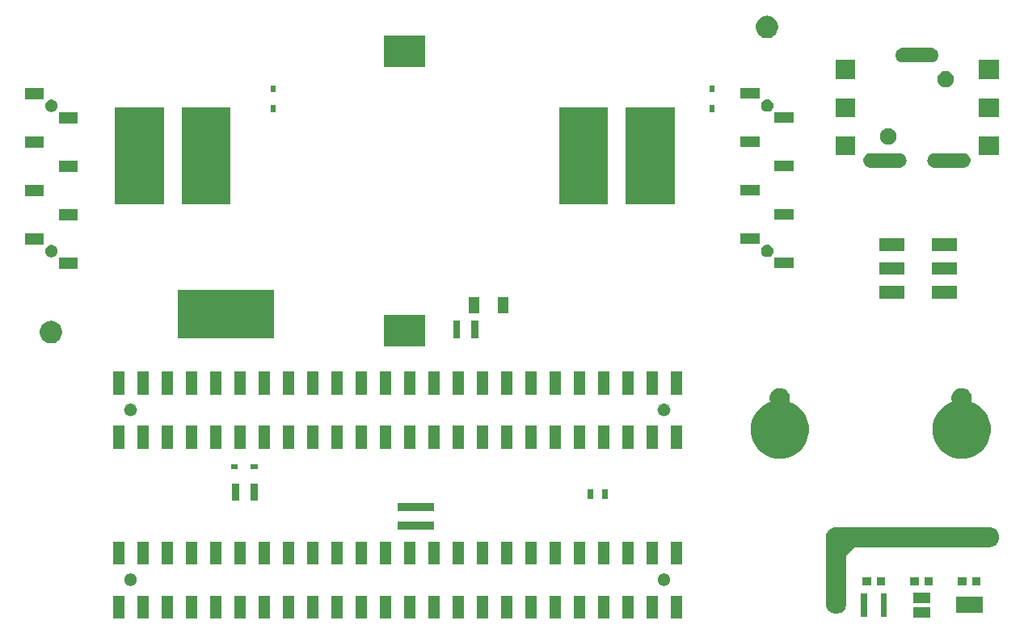
<source format=gts>
G04 #@! TF.GenerationSoftware,KiCad,Pcbnew,(5.1.4)-1*
G04 #@! TF.CreationDate,2020-01-19T17:46:34-08:00*
G04 #@! TF.ProjectId,Light_intensity_data_logger,4c696768-745f-4696-9e74-656e73697479,rev?*
G04 #@! TF.SameCoordinates,Original*
G04 #@! TF.FileFunction,Soldermask,Top*
G04 #@! TF.FilePolarity,Negative*
%FSLAX46Y46*%
G04 Gerber Fmt 4.6, Leading zero omitted, Abs format (unit mm)*
G04 Created by KiCad (PCBNEW (5.1.4)-1) date 2020-01-19 17:46:34*
%MOMM*%
%LPD*%
G04 APERTURE LIST*
%ADD10C,0.100000*%
%ADD11C,0.010000*%
G04 APERTURE END LIST*
D10*
X85716000Y-92446000D02*
G75*
G03X85716000Y-92446000I-646000J0D01*
G01*
D11*
G36*
X99601000Y-90781000D02*
G01*
X98479000Y-90781000D01*
X98479000Y-88459000D01*
X99601000Y-88459000D01*
X99601000Y-90781000D01*
G37*
X99601000Y-90781000D02*
X98479000Y-90781000D01*
X98479000Y-88459000D01*
X99601000Y-88459000D01*
X99601000Y-90781000D01*
G36*
X102141000Y-96433000D02*
G01*
X101019000Y-96433000D01*
X101019000Y-94111000D01*
X102141000Y-94111000D01*
X102141000Y-96433000D01*
G37*
X102141000Y-96433000D02*
X101019000Y-96433000D01*
X101019000Y-94111000D01*
X102141000Y-94111000D01*
X102141000Y-96433000D01*
D10*
X141596000Y-92446000D02*
G75*
G03X141596000Y-92446000I-646000J0D01*
G01*
D11*
G36*
X97061000Y-96433000D02*
G01*
X95939000Y-96433000D01*
X95939000Y-94111000D01*
X97061000Y-94111000D01*
X97061000Y-96433000D01*
G37*
X97061000Y-96433000D02*
X95939000Y-96433000D01*
X95939000Y-94111000D01*
X97061000Y-94111000D01*
X97061000Y-96433000D01*
G36*
X97061000Y-90781000D02*
G01*
X95939000Y-90781000D01*
X95939000Y-88459000D01*
X97061000Y-88459000D01*
X97061000Y-90781000D01*
G37*
X97061000Y-90781000D02*
X95939000Y-90781000D01*
X95939000Y-88459000D01*
X97061000Y-88459000D01*
X97061000Y-90781000D01*
G36*
X84361000Y-90781000D02*
G01*
X83239000Y-90781000D01*
X83239000Y-88459000D01*
X84361000Y-88459000D01*
X84361000Y-90781000D01*
G37*
X84361000Y-90781000D02*
X83239000Y-90781000D01*
X83239000Y-88459000D01*
X84361000Y-88459000D01*
X84361000Y-90781000D01*
G36*
X91981000Y-90781000D02*
G01*
X90859000Y-90781000D01*
X90859000Y-88459000D01*
X91981000Y-88459000D01*
X91981000Y-90781000D01*
G37*
X91981000Y-90781000D02*
X90859000Y-90781000D01*
X90859000Y-88459000D01*
X91981000Y-88459000D01*
X91981000Y-90781000D01*
G36*
X89441000Y-96433000D02*
G01*
X88319000Y-96433000D01*
X88319000Y-94111000D01*
X89441000Y-94111000D01*
X89441000Y-96433000D01*
G37*
X89441000Y-96433000D02*
X88319000Y-96433000D01*
X88319000Y-94111000D01*
X89441000Y-94111000D01*
X89441000Y-96433000D01*
G36*
X84361000Y-96433000D02*
G01*
X83239000Y-96433000D01*
X83239000Y-94111000D01*
X84361000Y-94111000D01*
X84361000Y-96433000D01*
G37*
X84361000Y-96433000D02*
X83239000Y-96433000D01*
X83239000Y-94111000D01*
X84361000Y-94111000D01*
X84361000Y-96433000D01*
G36*
X86901000Y-96433000D02*
G01*
X85779000Y-96433000D01*
X85779000Y-94111000D01*
X86901000Y-94111000D01*
X86901000Y-96433000D01*
G37*
X86901000Y-96433000D02*
X85779000Y-96433000D01*
X85779000Y-94111000D01*
X86901000Y-94111000D01*
X86901000Y-96433000D01*
G36*
X89441000Y-90781000D02*
G01*
X88319000Y-90781000D01*
X88319000Y-88459000D01*
X89441000Y-88459000D01*
X89441000Y-90781000D01*
G37*
X89441000Y-90781000D02*
X88319000Y-90781000D01*
X88319000Y-88459000D01*
X89441000Y-88459000D01*
X89441000Y-90781000D01*
G36*
X102141000Y-90781000D02*
G01*
X101019000Y-90781000D01*
X101019000Y-88459000D01*
X102141000Y-88459000D01*
X102141000Y-90781000D01*
G37*
X102141000Y-90781000D02*
X101019000Y-90781000D01*
X101019000Y-88459000D01*
X102141000Y-88459000D01*
X102141000Y-90781000D01*
G36*
X104681000Y-90781000D02*
G01*
X103559000Y-90781000D01*
X103559000Y-88459000D01*
X104681000Y-88459000D01*
X104681000Y-90781000D01*
G37*
X104681000Y-90781000D02*
X103559000Y-90781000D01*
X103559000Y-88459000D01*
X104681000Y-88459000D01*
X104681000Y-90781000D01*
G36*
X94521000Y-96433000D02*
G01*
X93399000Y-96433000D01*
X93399000Y-94111000D01*
X94521000Y-94111000D01*
X94521000Y-96433000D01*
G37*
X94521000Y-96433000D02*
X93399000Y-96433000D01*
X93399000Y-94111000D01*
X94521000Y-94111000D01*
X94521000Y-96433000D01*
G36*
X104681000Y-96433000D02*
G01*
X103559000Y-96433000D01*
X103559000Y-94111000D01*
X104681000Y-94111000D01*
X104681000Y-96433000D01*
G37*
X104681000Y-96433000D02*
X103559000Y-96433000D01*
X103559000Y-94111000D01*
X104681000Y-94111000D01*
X104681000Y-96433000D01*
G36*
X86901000Y-90781000D02*
G01*
X85779000Y-90781000D01*
X85779000Y-88459000D01*
X86901000Y-88459000D01*
X86901000Y-90781000D01*
G37*
X86901000Y-90781000D02*
X85779000Y-90781000D01*
X85779000Y-88459000D01*
X86901000Y-88459000D01*
X86901000Y-90781000D01*
G36*
X94521000Y-90781000D02*
G01*
X93399000Y-90781000D01*
X93399000Y-88459000D01*
X94521000Y-88459000D01*
X94521000Y-90781000D01*
G37*
X94521000Y-90781000D02*
X93399000Y-90781000D01*
X93399000Y-88459000D01*
X94521000Y-88459000D01*
X94521000Y-90781000D01*
G36*
X99601000Y-96433000D02*
G01*
X98479000Y-96433000D01*
X98479000Y-94111000D01*
X99601000Y-94111000D01*
X99601000Y-96433000D01*
G37*
X99601000Y-96433000D02*
X98479000Y-96433000D01*
X98479000Y-94111000D01*
X99601000Y-94111000D01*
X99601000Y-96433000D01*
G36*
X91981000Y-96433000D02*
G01*
X90859000Y-96433000D01*
X90859000Y-94111000D01*
X91981000Y-94111000D01*
X91981000Y-96433000D01*
G37*
X91981000Y-96433000D02*
X90859000Y-96433000D01*
X90859000Y-94111000D01*
X91981000Y-94111000D01*
X91981000Y-96433000D01*
G36*
X109761000Y-90781000D02*
G01*
X108639000Y-90781000D01*
X108639000Y-88459000D01*
X109761000Y-88459000D01*
X109761000Y-90781000D01*
G37*
X109761000Y-90781000D02*
X108639000Y-90781000D01*
X108639000Y-88459000D01*
X109761000Y-88459000D01*
X109761000Y-90781000D01*
G36*
X114841000Y-96433000D02*
G01*
X113719000Y-96433000D01*
X113719000Y-94111000D01*
X114841000Y-94111000D01*
X114841000Y-96433000D01*
G37*
X114841000Y-96433000D02*
X113719000Y-96433000D01*
X113719000Y-94111000D01*
X114841000Y-94111000D01*
X114841000Y-96433000D01*
G36*
X109761000Y-96433000D02*
G01*
X108639000Y-96433000D01*
X108639000Y-94111000D01*
X109761000Y-94111000D01*
X109761000Y-96433000D01*
G37*
X109761000Y-96433000D02*
X108639000Y-96433000D01*
X108639000Y-94111000D01*
X109761000Y-94111000D01*
X109761000Y-96433000D01*
G36*
X112301000Y-90781000D02*
G01*
X111179000Y-90781000D01*
X111179000Y-88459000D01*
X112301000Y-88459000D01*
X112301000Y-90781000D01*
G37*
X112301000Y-90781000D02*
X111179000Y-90781000D01*
X111179000Y-88459000D01*
X112301000Y-88459000D01*
X112301000Y-90781000D01*
G36*
X114841000Y-90781000D02*
G01*
X113719000Y-90781000D01*
X113719000Y-88459000D01*
X114841000Y-88459000D01*
X114841000Y-90781000D01*
G37*
X114841000Y-90781000D02*
X113719000Y-90781000D01*
X113719000Y-88459000D01*
X114841000Y-88459000D01*
X114841000Y-90781000D01*
G36*
X119921000Y-90781000D02*
G01*
X118799000Y-90781000D01*
X118799000Y-88459000D01*
X119921000Y-88459000D01*
X119921000Y-90781000D01*
G37*
X119921000Y-90781000D02*
X118799000Y-90781000D01*
X118799000Y-88459000D01*
X119921000Y-88459000D01*
X119921000Y-90781000D01*
G36*
X112301000Y-96433000D02*
G01*
X111179000Y-96433000D01*
X111179000Y-94111000D01*
X112301000Y-94111000D01*
X112301000Y-96433000D01*
G37*
X112301000Y-96433000D02*
X111179000Y-96433000D01*
X111179000Y-94111000D01*
X112301000Y-94111000D01*
X112301000Y-96433000D01*
G36*
X117381000Y-96433000D02*
G01*
X116259000Y-96433000D01*
X116259000Y-94111000D01*
X117381000Y-94111000D01*
X117381000Y-96433000D01*
G37*
X117381000Y-96433000D02*
X116259000Y-96433000D01*
X116259000Y-94111000D01*
X117381000Y-94111000D01*
X117381000Y-96433000D01*
G36*
X107221000Y-90781000D02*
G01*
X106099000Y-90781000D01*
X106099000Y-88459000D01*
X107221000Y-88459000D01*
X107221000Y-90781000D01*
G37*
X107221000Y-90781000D02*
X106099000Y-90781000D01*
X106099000Y-88459000D01*
X107221000Y-88459000D01*
X107221000Y-90781000D01*
G36*
X107221000Y-96433000D02*
G01*
X106099000Y-96433000D01*
X106099000Y-94111000D01*
X107221000Y-94111000D01*
X107221000Y-96433000D01*
G37*
X107221000Y-96433000D02*
X106099000Y-96433000D01*
X106099000Y-94111000D01*
X107221000Y-94111000D01*
X107221000Y-96433000D01*
G36*
X117381000Y-90781000D02*
G01*
X116259000Y-90781000D01*
X116259000Y-88459000D01*
X117381000Y-88459000D01*
X117381000Y-90781000D01*
G37*
X117381000Y-90781000D02*
X116259000Y-90781000D01*
X116259000Y-88459000D01*
X117381000Y-88459000D01*
X117381000Y-90781000D01*
G36*
X132621000Y-90781000D02*
G01*
X131499000Y-90781000D01*
X131499000Y-88459000D01*
X132621000Y-88459000D01*
X132621000Y-90781000D01*
G37*
X132621000Y-90781000D02*
X131499000Y-90781000D01*
X131499000Y-88459000D01*
X132621000Y-88459000D01*
X132621000Y-90781000D01*
G36*
X132621000Y-96433000D02*
G01*
X131499000Y-96433000D01*
X131499000Y-94111000D01*
X132621000Y-94111000D01*
X132621000Y-96433000D01*
G37*
X132621000Y-96433000D02*
X131499000Y-96433000D01*
X131499000Y-94111000D01*
X132621000Y-94111000D01*
X132621000Y-96433000D01*
G36*
X137701000Y-90781000D02*
G01*
X136579000Y-90781000D01*
X136579000Y-88459000D01*
X137701000Y-88459000D01*
X137701000Y-90781000D01*
G37*
X137701000Y-90781000D02*
X136579000Y-90781000D01*
X136579000Y-88459000D01*
X137701000Y-88459000D01*
X137701000Y-90781000D01*
G36*
X135161000Y-90781000D02*
G01*
X134039000Y-90781000D01*
X134039000Y-88459000D01*
X135161000Y-88459000D01*
X135161000Y-90781000D01*
G37*
X135161000Y-90781000D02*
X134039000Y-90781000D01*
X134039000Y-88459000D01*
X135161000Y-88459000D01*
X135161000Y-90781000D01*
G36*
X127541000Y-96433000D02*
G01*
X126419000Y-96433000D01*
X126419000Y-94111000D01*
X127541000Y-94111000D01*
X127541000Y-96433000D01*
G37*
X127541000Y-96433000D02*
X126419000Y-96433000D01*
X126419000Y-94111000D01*
X127541000Y-94111000D01*
X127541000Y-96433000D01*
G36*
X127541000Y-90781000D02*
G01*
X126419000Y-90781000D01*
X126419000Y-88459000D01*
X127541000Y-88459000D01*
X127541000Y-90781000D01*
G37*
X127541000Y-90781000D02*
X126419000Y-90781000D01*
X126419000Y-88459000D01*
X127541000Y-88459000D01*
X127541000Y-90781000D01*
G36*
X135161000Y-96433000D02*
G01*
X134039000Y-96433000D01*
X134039000Y-94111000D01*
X135161000Y-94111000D01*
X135161000Y-96433000D01*
G37*
X135161000Y-96433000D02*
X134039000Y-96433000D01*
X134039000Y-94111000D01*
X135161000Y-94111000D01*
X135161000Y-96433000D01*
G36*
X140241000Y-96433000D02*
G01*
X139119000Y-96433000D01*
X139119000Y-94111000D01*
X140241000Y-94111000D01*
X140241000Y-96433000D01*
G37*
X140241000Y-96433000D02*
X139119000Y-96433000D01*
X139119000Y-94111000D01*
X140241000Y-94111000D01*
X140241000Y-96433000D01*
G36*
X140241000Y-90781000D02*
G01*
X139119000Y-90781000D01*
X139119000Y-88459000D01*
X140241000Y-88459000D01*
X140241000Y-90781000D01*
G37*
X140241000Y-90781000D02*
X139119000Y-90781000D01*
X139119000Y-88459000D01*
X140241000Y-88459000D01*
X140241000Y-90781000D01*
G36*
X125001000Y-90781000D02*
G01*
X123879000Y-90781000D01*
X123879000Y-88459000D01*
X125001000Y-88459000D01*
X125001000Y-90781000D01*
G37*
X125001000Y-90781000D02*
X123879000Y-90781000D01*
X123879000Y-88459000D01*
X125001000Y-88459000D01*
X125001000Y-90781000D01*
G36*
X125001000Y-96433000D02*
G01*
X123879000Y-96433000D01*
X123879000Y-94111000D01*
X125001000Y-94111000D01*
X125001000Y-96433000D01*
G37*
X125001000Y-96433000D02*
X123879000Y-96433000D01*
X123879000Y-94111000D01*
X125001000Y-94111000D01*
X125001000Y-96433000D01*
G36*
X119921000Y-96433000D02*
G01*
X118799000Y-96433000D01*
X118799000Y-94111000D01*
X119921000Y-94111000D01*
X119921000Y-96433000D01*
G37*
X119921000Y-96433000D02*
X118799000Y-96433000D01*
X118799000Y-94111000D01*
X119921000Y-94111000D01*
X119921000Y-96433000D01*
G36*
X122461000Y-96433000D02*
G01*
X121339000Y-96433000D01*
X121339000Y-94111000D01*
X122461000Y-94111000D01*
X122461000Y-96433000D01*
G37*
X122461000Y-96433000D02*
X121339000Y-96433000D01*
X121339000Y-94111000D01*
X122461000Y-94111000D01*
X122461000Y-96433000D01*
G36*
X130081000Y-90781000D02*
G01*
X128959000Y-90781000D01*
X128959000Y-88459000D01*
X130081000Y-88459000D01*
X130081000Y-90781000D01*
G37*
X130081000Y-90781000D02*
X128959000Y-90781000D01*
X128959000Y-88459000D01*
X130081000Y-88459000D01*
X130081000Y-90781000D01*
G36*
X137701000Y-96433000D02*
G01*
X136579000Y-96433000D01*
X136579000Y-94111000D01*
X137701000Y-94111000D01*
X137701000Y-96433000D01*
G37*
X137701000Y-96433000D02*
X136579000Y-96433000D01*
X136579000Y-94111000D01*
X137701000Y-94111000D01*
X137701000Y-96433000D01*
G36*
X142781000Y-90781000D02*
G01*
X141659000Y-90781000D01*
X141659000Y-88459000D01*
X142781000Y-88459000D01*
X142781000Y-90781000D01*
G37*
X142781000Y-90781000D02*
X141659000Y-90781000D01*
X141659000Y-88459000D01*
X142781000Y-88459000D01*
X142781000Y-90781000D01*
G36*
X142781000Y-96433000D02*
G01*
X141659000Y-96433000D01*
X141659000Y-94111000D01*
X142781000Y-94111000D01*
X142781000Y-96433000D01*
G37*
X142781000Y-96433000D02*
X141659000Y-96433000D01*
X141659000Y-94111000D01*
X142781000Y-94111000D01*
X142781000Y-96433000D01*
G36*
X122461000Y-90781000D02*
G01*
X121339000Y-90781000D01*
X121339000Y-88459000D01*
X122461000Y-88459000D01*
X122461000Y-90781000D01*
G37*
X122461000Y-90781000D02*
X121339000Y-90781000D01*
X121339000Y-88459000D01*
X122461000Y-88459000D01*
X122461000Y-90781000D01*
G36*
X130081000Y-96433000D02*
G01*
X128959000Y-96433000D01*
X128959000Y-94111000D01*
X130081000Y-94111000D01*
X130081000Y-96433000D01*
G37*
X130081000Y-96433000D02*
X128959000Y-96433000D01*
X128959000Y-94111000D01*
X130081000Y-94111000D01*
X130081000Y-96433000D01*
G36*
X142781000Y-78623000D02*
G01*
X141659000Y-78623000D01*
X141659000Y-76301000D01*
X142781000Y-76301000D01*
X142781000Y-78623000D01*
G37*
X142781000Y-78623000D02*
X141659000Y-78623000D01*
X141659000Y-76301000D01*
X142781000Y-76301000D01*
X142781000Y-78623000D01*
G36*
X142781000Y-72971000D02*
G01*
X141659000Y-72971000D01*
X141659000Y-70649000D01*
X142781000Y-70649000D01*
X142781000Y-72971000D01*
G37*
X142781000Y-72971000D02*
X141659000Y-72971000D01*
X141659000Y-70649000D01*
X142781000Y-70649000D01*
X142781000Y-72971000D01*
G36*
X140241000Y-78623000D02*
G01*
X139119000Y-78623000D01*
X139119000Y-76301000D01*
X140241000Y-76301000D01*
X140241000Y-78623000D01*
G37*
X140241000Y-78623000D02*
X139119000Y-78623000D01*
X139119000Y-76301000D01*
X140241000Y-76301000D01*
X140241000Y-78623000D01*
G36*
X140241000Y-72971000D02*
G01*
X139119000Y-72971000D01*
X139119000Y-70649000D01*
X140241000Y-70649000D01*
X140241000Y-72971000D01*
G37*
X140241000Y-72971000D02*
X139119000Y-72971000D01*
X139119000Y-70649000D01*
X140241000Y-70649000D01*
X140241000Y-72971000D01*
G36*
X137701000Y-78623000D02*
G01*
X136579000Y-78623000D01*
X136579000Y-76301000D01*
X137701000Y-76301000D01*
X137701000Y-78623000D01*
G37*
X137701000Y-78623000D02*
X136579000Y-78623000D01*
X136579000Y-76301000D01*
X137701000Y-76301000D01*
X137701000Y-78623000D01*
G36*
X137701000Y-72971000D02*
G01*
X136579000Y-72971000D01*
X136579000Y-70649000D01*
X137701000Y-70649000D01*
X137701000Y-72971000D01*
G37*
X137701000Y-72971000D02*
X136579000Y-72971000D01*
X136579000Y-70649000D01*
X137701000Y-70649000D01*
X137701000Y-72971000D01*
G36*
X135161000Y-78623000D02*
G01*
X134039000Y-78623000D01*
X134039000Y-76301000D01*
X135161000Y-76301000D01*
X135161000Y-78623000D01*
G37*
X135161000Y-78623000D02*
X134039000Y-78623000D01*
X134039000Y-76301000D01*
X135161000Y-76301000D01*
X135161000Y-78623000D01*
G36*
X135161000Y-72971000D02*
G01*
X134039000Y-72971000D01*
X134039000Y-70649000D01*
X135161000Y-70649000D01*
X135161000Y-72971000D01*
G37*
X135161000Y-72971000D02*
X134039000Y-72971000D01*
X134039000Y-70649000D01*
X135161000Y-70649000D01*
X135161000Y-72971000D01*
G36*
X132621000Y-78623000D02*
G01*
X131499000Y-78623000D01*
X131499000Y-76301000D01*
X132621000Y-76301000D01*
X132621000Y-78623000D01*
G37*
X132621000Y-78623000D02*
X131499000Y-78623000D01*
X131499000Y-76301000D01*
X132621000Y-76301000D01*
X132621000Y-78623000D01*
G36*
X132621000Y-72971000D02*
G01*
X131499000Y-72971000D01*
X131499000Y-70649000D01*
X132621000Y-70649000D01*
X132621000Y-72971000D01*
G37*
X132621000Y-72971000D02*
X131499000Y-72971000D01*
X131499000Y-70649000D01*
X132621000Y-70649000D01*
X132621000Y-72971000D01*
G36*
X130081000Y-78623000D02*
G01*
X128959000Y-78623000D01*
X128959000Y-76301000D01*
X130081000Y-76301000D01*
X130081000Y-78623000D01*
G37*
X130081000Y-78623000D02*
X128959000Y-78623000D01*
X128959000Y-76301000D01*
X130081000Y-76301000D01*
X130081000Y-78623000D01*
G36*
X130081000Y-72971000D02*
G01*
X128959000Y-72971000D01*
X128959000Y-70649000D01*
X130081000Y-70649000D01*
X130081000Y-72971000D01*
G37*
X130081000Y-72971000D02*
X128959000Y-72971000D01*
X128959000Y-70649000D01*
X130081000Y-70649000D01*
X130081000Y-72971000D01*
G36*
X127541000Y-78623000D02*
G01*
X126419000Y-78623000D01*
X126419000Y-76301000D01*
X127541000Y-76301000D01*
X127541000Y-78623000D01*
G37*
X127541000Y-78623000D02*
X126419000Y-78623000D01*
X126419000Y-76301000D01*
X127541000Y-76301000D01*
X127541000Y-78623000D01*
G36*
X127541000Y-72971000D02*
G01*
X126419000Y-72971000D01*
X126419000Y-70649000D01*
X127541000Y-70649000D01*
X127541000Y-72971000D01*
G37*
X127541000Y-72971000D02*
X126419000Y-72971000D01*
X126419000Y-70649000D01*
X127541000Y-70649000D01*
X127541000Y-72971000D01*
G36*
X125001000Y-78623000D02*
G01*
X123879000Y-78623000D01*
X123879000Y-76301000D01*
X125001000Y-76301000D01*
X125001000Y-78623000D01*
G37*
X125001000Y-78623000D02*
X123879000Y-78623000D01*
X123879000Y-76301000D01*
X125001000Y-76301000D01*
X125001000Y-78623000D01*
G36*
X125001000Y-72971000D02*
G01*
X123879000Y-72971000D01*
X123879000Y-70649000D01*
X125001000Y-70649000D01*
X125001000Y-72971000D01*
G37*
X125001000Y-72971000D02*
X123879000Y-72971000D01*
X123879000Y-70649000D01*
X125001000Y-70649000D01*
X125001000Y-72971000D01*
G36*
X122461000Y-78623000D02*
G01*
X121339000Y-78623000D01*
X121339000Y-76301000D01*
X122461000Y-76301000D01*
X122461000Y-78623000D01*
G37*
X122461000Y-78623000D02*
X121339000Y-78623000D01*
X121339000Y-76301000D01*
X122461000Y-76301000D01*
X122461000Y-78623000D01*
G36*
X122461000Y-72971000D02*
G01*
X121339000Y-72971000D01*
X121339000Y-70649000D01*
X122461000Y-70649000D01*
X122461000Y-72971000D01*
G37*
X122461000Y-72971000D02*
X121339000Y-72971000D01*
X121339000Y-70649000D01*
X122461000Y-70649000D01*
X122461000Y-72971000D01*
G36*
X119921000Y-78623000D02*
G01*
X118799000Y-78623000D01*
X118799000Y-76301000D01*
X119921000Y-76301000D01*
X119921000Y-78623000D01*
G37*
X119921000Y-78623000D02*
X118799000Y-78623000D01*
X118799000Y-76301000D01*
X119921000Y-76301000D01*
X119921000Y-78623000D01*
G36*
X119921000Y-72971000D02*
G01*
X118799000Y-72971000D01*
X118799000Y-70649000D01*
X119921000Y-70649000D01*
X119921000Y-72971000D01*
G37*
X119921000Y-72971000D02*
X118799000Y-72971000D01*
X118799000Y-70649000D01*
X119921000Y-70649000D01*
X119921000Y-72971000D01*
G36*
X117381000Y-78623000D02*
G01*
X116259000Y-78623000D01*
X116259000Y-76301000D01*
X117381000Y-76301000D01*
X117381000Y-78623000D01*
G37*
X117381000Y-78623000D02*
X116259000Y-78623000D01*
X116259000Y-76301000D01*
X117381000Y-76301000D01*
X117381000Y-78623000D01*
G36*
X117381000Y-72971000D02*
G01*
X116259000Y-72971000D01*
X116259000Y-70649000D01*
X117381000Y-70649000D01*
X117381000Y-72971000D01*
G37*
X117381000Y-72971000D02*
X116259000Y-72971000D01*
X116259000Y-70649000D01*
X117381000Y-70649000D01*
X117381000Y-72971000D01*
G36*
X114841000Y-78623000D02*
G01*
X113719000Y-78623000D01*
X113719000Y-76301000D01*
X114841000Y-76301000D01*
X114841000Y-78623000D01*
G37*
X114841000Y-78623000D02*
X113719000Y-78623000D01*
X113719000Y-76301000D01*
X114841000Y-76301000D01*
X114841000Y-78623000D01*
G36*
X114841000Y-72971000D02*
G01*
X113719000Y-72971000D01*
X113719000Y-70649000D01*
X114841000Y-70649000D01*
X114841000Y-72971000D01*
G37*
X114841000Y-72971000D02*
X113719000Y-72971000D01*
X113719000Y-70649000D01*
X114841000Y-70649000D01*
X114841000Y-72971000D01*
G36*
X112301000Y-78623000D02*
G01*
X111179000Y-78623000D01*
X111179000Y-76301000D01*
X112301000Y-76301000D01*
X112301000Y-78623000D01*
G37*
X112301000Y-78623000D02*
X111179000Y-78623000D01*
X111179000Y-76301000D01*
X112301000Y-76301000D01*
X112301000Y-78623000D01*
G36*
X112301000Y-72971000D02*
G01*
X111179000Y-72971000D01*
X111179000Y-70649000D01*
X112301000Y-70649000D01*
X112301000Y-72971000D01*
G37*
X112301000Y-72971000D02*
X111179000Y-72971000D01*
X111179000Y-70649000D01*
X112301000Y-70649000D01*
X112301000Y-72971000D01*
G36*
X109761000Y-78623000D02*
G01*
X108639000Y-78623000D01*
X108639000Y-76301000D01*
X109761000Y-76301000D01*
X109761000Y-78623000D01*
G37*
X109761000Y-78623000D02*
X108639000Y-78623000D01*
X108639000Y-76301000D01*
X109761000Y-76301000D01*
X109761000Y-78623000D01*
G36*
X109761000Y-72971000D02*
G01*
X108639000Y-72971000D01*
X108639000Y-70649000D01*
X109761000Y-70649000D01*
X109761000Y-72971000D01*
G37*
X109761000Y-72971000D02*
X108639000Y-72971000D01*
X108639000Y-70649000D01*
X109761000Y-70649000D01*
X109761000Y-72971000D01*
G36*
X107221000Y-78623000D02*
G01*
X106099000Y-78623000D01*
X106099000Y-76301000D01*
X107221000Y-76301000D01*
X107221000Y-78623000D01*
G37*
X107221000Y-78623000D02*
X106099000Y-78623000D01*
X106099000Y-76301000D01*
X107221000Y-76301000D01*
X107221000Y-78623000D01*
G36*
X107221000Y-72971000D02*
G01*
X106099000Y-72971000D01*
X106099000Y-70649000D01*
X107221000Y-70649000D01*
X107221000Y-72971000D01*
G37*
X107221000Y-72971000D02*
X106099000Y-72971000D01*
X106099000Y-70649000D01*
X107221000Y-70649000D01*
X107221000Y-72971000D01*
G36*
X104681000Y-78623000D02*
G01*
X103559000Y-78623000D01*
X103559000Y-76301000D01*
X104681000Y-76301000D01*
X104681000Y-78623000D01*
G37*
X104681000Y-78623000D02*
X103559000Y-78623000D01*
X103559000Y-76301000D01*
X104681000Y-76301000D01*
X104681000Y-78623000D01*
G36*
X104681000Y-72971000D02*
G01*
X103559000Y-72971000D01*
X103559000Y-70649000D01*
X104681000Y-70649000D01*
X104681000Y-72971000D01*
G37*
X104681000Y-72971000D02*
X103559000Y-72971000D01*
X103559000Y-70649000D01*
X104681000Y-70649000D01*
X104681000Y-72971000D01*
G36*
X102141000Y-78623000D02*
G01*
X101019000Y-78623000D01*
X101019000Y-76301000D01*
X102141000Y-76301000D01*
X102141000Y-78623000D01*
G37*
X102141000Y-78623000D02*
X101019000Y-78623000D01*
X101019000Y-76301000D01*
X102141000Y-76301000D01*
X102141000Y-78623000D01*
G36*
X102141000Y-72971000D02*
G01*
X101019000Y-72971000D01*
X101019000Y-70649000D01*
X102141000Y-70649000D01*
X102141000Y-72971000D01*
G37*
X102141000Y-72971000D02*
X101019000Y-72971000D01*
X101019000Y-70649000D01*
X102141000Y-70649000D01*
X102141000Y-72971000D01*
G36*
X99601000Y-78623000D02*
G01*
X98479000Y-78623000D01*
X98479000Y-76301000D01*
X99601000Y-76301000D01*
X99601000Y-78623000D01*
G37*
X99601000Y-78623000D02*
X98479000Y-78623000D01*
X98479000Y-76301000D01*
X99601000Y-76301000D01*
X99601000Y-78623000D01*
G36*
X99601000Y-72971000D02*
G01*
X98479000Y-72971000D01*
X98479000Y-70649000D01*
X99601000Y-70649000D01*
X99601000Y-72971000D01*
G37*
X99601000Y-72971000D02*
X98479000Y-72971000D01*
X98479000Y-70649000D01*
X99601000Y-70649000D01*
X99601000Y-72971000D01*
G36*
X97061000Y-78623000D02*
G01*
X95939000Y-78623000D01*
X95939000Y-76301000D01*
X97061000Y-76301000D01*
X97061000Y-78623000D01*
G37*
X97061000Y-78623000D02*
X95939000Y-78623000D01*
X95939000Y-76301000D01*
X97061000Y-76301000D01*
X97061000Y-78623000D01*
G36*
X97061000Y-72971000D02*
G01*
X95939000Y-72971000D01*
X95939000Y-70649000D01*
X97061000Y-70649000D01*
X97061000Y-72971000D01*
G37*
X97061000Y-72971000D02*
X95939000Y-72971000D01*
X95939000Y-70649000D01*
X97061000Y-70649000D01*
X97061000Y-72971000D01*
G36*
X94521000Y-78623000D02*
G01*
X93399000Y-78623000D01*
X93399000Y-76301000D01*
X94521000Y-76301000D01*
X94521000Y-78623000D01*
G37*
X94521000Y-78623000D02*
X93399000Y-78623000D01*
X93399000Y-76301000D01*
X94521000Y-76301000D01*
X94521000Y-78623000D01*
G36*
X94521000Y-72971000D02*
G01*
X93399000Y-72971000D01*
X93399000Y-70649000D01*
X94521000Y-70649000D01*
X94521000Y-72971000D01*
G37*
X94521000Y-72971000D02*
X93399000Y-72971000D01*
X93399000Y-70649000D01*
X94521000Y-70649000D01*
X94521000Y-72971000D01*
G36*
X91981000Y-78623000D02*
G01*
X90859000Y-78623000D01*
X90859000Y-76301000D01*
X91981000Y-76301000D01*
X91981000Y-78623000D01*
G37*
X91981000Y-78623000D02*
X90859000Y-78623000D01*
X90859000Y-76301000D01*
X91981000Y-76301000D01*
X91981000Y-78623000D01*
G36*
X91981000Y-72971000D02*
G01*
X90859000Y-72971000D01*
X90859000Y-70649000D01*
X91981000Y-70649000D01*
X91981000Y-72971000D01*
G37*
X91981000Y-72971000D02*
X90859000Y-72971000D01*
X90859000Y-70649000D01*
X91981000Y-70649000D01*
X91981000Y-72971000D01*
G36*
X89441000Y-78623000D02*
G01*
X88319000Y-78623000D01*
X88319000Y-76301000D01*
X89441000Y-76301000D01*
X89441000Y-78623000D01*
G37*
X89441000Y-78623000D02*
X88319000Y-78623000D01*
X88319000Y-76301000D01*
X89441000Y-76301000D01*
X89441000Y-78623000D01*
G36*
X89441000Y-72971000D02*
G01*
X88319000Y-72971000D01*
X88319000Y-70649000D01*
X89441000Y-70649000D01*
X89441000Y-72971000D01*
G37*
X89441000Y-72971000D02*
X88319000Y-72971000D01*
X88319000Y-70649000D01*
X89441000Y-70649000D01*
X89441000Y-72971000D01*
G36*
X86901000Y-78623000D02*
G01*
X85779000Y-78623000D01*
X85779000Y-76301000D01*
X86901000Y-76301000D01*
X86901000Y-78623000D01*
G37*
X86901000Y-78623000D02*
X85779000Y-78623000D01*
X85779000Y-76301000D01*
X86901000Y-76301000D01*
X86901000Y-78623000D01*
G36*
X86901000Y-72971000D02*
G01*
X85779000Y-72971000D01*
X85779000Y-70649000D01*
X86901000Y-70649000D01*
X86901000Y-72971000D01*
G37*
X86901000Y-72971000D02*
X85779000Y-72971000D01*
X85779000Y-70649000D01*
X86901000Y-70649000D01*
X86901000Y-72971000D01*
G36*
X84361000Y-78623000D02*
G01*
X83239000Y-78623000D01*
X83239000Y-76301000D01*
X84361000Y-76301000D01*
X84361000Y-78623000D01*
G37*
X84361000Y-78623000D02*
X83239000Y-78623000D01*
X83239000Y-76301000D01*
X84361000Y-76301000D01*
X84361000Y-78623000D01*
G36*
X84361000Y-72971000D02*
G01*
X83239000Y-72971000D01*
X83239000Y-70649000D01*
X84361000Y-70649000D01*
X84361000Y-72971000D01*
G37*
X84361000Y-72971000D02*
X83239000Y-72971000D01*
X83239000Y-70649000D01*
X84361000Y-70649000D01*
X84361000Y-72971000D01*
D10*
X85716000Y-74636000D02*
G75*
G03X85716000Y-74636000I-646000J0D01*
G01*
X141596000Y-74636000D02*
G75*
G03X141596000Y-74636000I-646000J0D01*
G01*
G36*
X168831000Y-96411000D02*
G01*
X167029000Y-96411000D01*
X167029000Y-95309000D01*
X168831000Y-95309000D01*
X168831000Y-96411000D01*
X168831000Y-96411000D01*
G37*
G36*
X164256000Y-96311000D02*
G01*
X163654000Y-96311000D01*
X163654000Y-93909000D01*
X164256000Y-93909000D01*
X164256000Y-96311000D01*
X164256000Y-96311000D01*
G37*
G36*
X162206001Y-96311000D02*
G01*
X161604001Y-96311000D01*
X161604001Y-93909000D01*
X162206001Y-93909000D01*
X162206001Y-96311000D01*
X162206001Y-96311000D01*
G37*
G36*
X159045519Y-86928398D02*
G01*
X159057771Y-86929000D01*
X175051631Y-86929000D01*
X175103097Y-86934069D01*
X175206032Y-86944207D01*
X175404146Y-87004305D01*
X175404149Y-87004306D01*
X175484394Y-87047198D01*
X175586729Y-87101897D01*
X175746765Y-87233235D01*
X175878103Y-87393271D01*
X175923939Y-87479025D01*
X175975694Y-87575851D01*
X175975695Y-87575854D01*
X176035793Y-87773968D01*
X176056085Y-87980000D01*
X176035793Y-88186032D01*
X176022781Y-88228926D01*
X175975694Y-88384149D01*
X175923939Y-88480975D01*
X175878103Y-88566729D01*
X175746765Y-88726765D01*
X175586729Y-88858103D01*
X175500975Y-88903939D01*
X175404149Y-88955694D01*
X175404146Y-88955695D01*
X175206032Y-89015793D01*
X175103097Y-89025931D01*
X175051631Y-89031000D01*
X160987115Y-89031000D01*
X160962729Y-89033402D01*
X160939280Y-89040515D01*
X160917669Y-89052066D01*
X160898731Y-89067607D01*
X160087605Y-89878733D01*
X160072066Y-89897668D01*
X160060515Y-89919279D01*
X160053402Y-89942728D01*
X160051000Y-89967114D01*
X160051000Y-95031630D01*
X160035793Y-95186032D01*
X159975695Y-95384146D01*
X159975694Y-95384149D01*
X159923939Y-95480975D01*
X159878103Y-95566729D01*
X159746765Y-95726765D01*
X159586729Y-95858103D01*
X159500975Y-95903939D01*
X159404149Y-95955694D01*
X159404146Y-95955695D01*
X159206032Y-96015793D01*
X159000000Y-96036085D01*
X158793969Y-96015793D01*
X158595855Y-95955695D01*
X158595852Y-95955694D01*
X158499026Y-95903939D01*
X158413272Y-95858103D01*
X158253236Y-95726765D01*
X158121898Y-95566729D01*
X158076062Y-95480975D01*
X158024307Y-95384149D01*
X158024306Y-95384146D01*
X157964208Y-95186032D01*
X157949001Y-95031630D01*
X157949000Y-88037771D01*
X157948398Y-88025519D01*
X157943915Y-87980000D01*
X157949000Y-87928370D01*
X157964207Y-87773968D01*
X158024305Y-87575854D01*
X158024306Y-87575851D01*
X158076061Y-87479025D01*
X158121897Y-87393271D01*
X158253235Y-87233235D01*
X158413271Y-87101897D01*
X158515606Y-87047198D01*
X158595851Y-87004306D01*
X158595854Y-87004305D01*
X158793968Y-86944207D01*
X158890752Y-86934675D01*
X158954481Y-86928398D01*
X159000000Y-86923915D01*
X159045519Y-86928398D01*
X159045519Y-86928398D01*
G37*
G36*
X174331000Y-95946000D02*
G01*
X171529000Y-95946000D01*
X171529000Y-94194000D01*
X174331000Y-94194000D01*
X174331000Y-95946000D01*
X174331000Y-95946000D01*
G37*
G36*
X168831000Y-94911000D02*
G01*
X167029000Y-94911000D01*
X167029000Y-93809000D01*
X168831000Y-93809000D01*
X168831000Y-94911000D01*
X168831000Y-94911000D01*
G37*
G36*
X85258431Y-91824825D02*
G01*
X85375995Y-91873521D01*
X85481801Y-91944219D01*
X85571781Y-92034199D01*
X85642479Y-92140005D01*
X85691175Y-92257569D01*
X85716000Y-92382373D01*
X85716000Y-92509627D01*
X85691175Y-92634431D01*
X85642479Y-92751995D01*
X85571781Y-92857801D01*
X85481801Y-92947781D01*
X85375995Y-93018479D01*
X85258431Y-93067175D01*
X85133627Y-93092000D01*
X85006373Y-93092000D01*
X84881569Y-93067175D01*
X84764005Y-93018479D01*
X84658199Y-92947781D01*
X84568219Y-92857801D01*
X84497521Y-92751995D01*
X84448825Y-92634431D01*
X84424000Y-92509627D01*
X84424000Y-92382373D01*
X84448825Y-92257569D01*
X84497521Y-92140005D01*
X84568219Y-92034199D01*
X84658199Y-91944219D01*
X84764005Y-91873521D01*
X84881569Y-91824825D01*
X85006373Y-91800000D01*
X85133627Y-91800000D01*
X85258431Y-91824825D01*
X85258431Y-91824825D01*
G37*
G36*
X141138431Y-91824825D02*
G01*
X141255995Y-91873521D01*
X141361801Y-91944219D01*
X141451781Y-92034199D01*
X141522479Y-92140005D01*
X141571175Y-92257569D01*
X141596000Y-92382373D01*
X141596000Y-92509627D01*
X141571175Y-92634431D01*
X141522479Y-92751995D01*
X141451781Y-92857801D01*
X141361801Y-92947781D01*
X141255995Y-93018479D01*
X141138431Y-93067175D01*
X141013627Y-93092000D01*
X140886373Y-93092000D01*
X140761569Y-93067175D01*
X140644005Y-93018479D01*
X140538199Y-92947781D01*
X140448219Y-92857801D01*
X140377521Y-92751995D01*
X140328825Y-92634431D01*
X140304000Y-92509627D01*
X140304000Y-92382373D01*
X140328825Y-92257569D01*
X140377521Y-92140005D01*
X140448219Y-92034199D01*
X140538199Y-91944219D01*
X140644005Y-91873521D01*
X140761569Y-91824825D01*
X140886373Y-91800000D01*
X141013627Y-91800000D01*
X141138431Y-91824825D01*
X141138431Y-91824825D01*
G37*
G36*
X169131000Y-93036000D02*
G01*
X168229000Y-93036000D01*
X168229000Y-92184000D01*
X169131000Y-92184000D01*
X169131000Y-93036000D01*
X169131000Y-93036000D01*
G37*
G36*
X167631000Y-93036000D02*
G01*
X166729000Y-93036000D01*
X166729000Y-92184000D01*
X167631000Y-92184000D01*
X167631000Y-93036000D01*
X167631000Y-93036000D01*
G37*
G36*
X174131000Y-93036000D02*
G01*
X173229000Y-93036000D01*
X173229000Y-92184000D01*
X174131000Y-92184000D01*
X174131000Y-93036000D01*
X174131000Y-93036000D01*
G37*
G36*
X172631000Y-93036000D02*
G01*
X171729000Y-93036000D01*
X171729000Y-92184000D01*
X172631000Y-92184000D01*
X172631000Y-93036000D01*
X172631000Y-93036000D01*
G37*
G36*
X162631000Y-93016000D02*
G01*
X161729000Y-93016000D01*
X161729000Y-92164000D01*
X162631000Y-92164000D01*
X162631000Y-93016000D01*
X162631000Y-93016000D01*
G37*
G36*
X164131000Y-93016000D02*
G01*
X163229000Y-93016000D01*
X163229000Y-92164000D01*
X164131000Y-92164000D01*
X164131000Y-93016000D01*
X164131000Y-93016000D01*
G37*
G36*
X116882599Y-87169100D02*
G01*
X113077398Y-87169100D01*
X113077398Y-86381300D01*
X116882599Y-86381300D01*
X116882599Y-87169100D01*
X116882599Y-87169100D01*
G37*
G36*
X116882602Y-85238700D02*
G01*
X113077401Y-85238700D01*
X113077401Y-84450900D01*
X116882602Y-84450900D01*
X116882602Y-85238700D01*
X116882602Y-85238700D01*
G37*
G36*
X98366000Y-84181000D02*
G01*
X97614000Y-84181000D01*
X97614000Y-82379000D01*
X98366000Y-82379000D01*
X98366000Y-84181000D01*
X98366000Y-84181000D01*
G37*
G36*
X96466000Y-84181000D02*
G01*
X95714000Y-84181000D01*
X95714000Y-82379000D01*
X96466000Y-82379000D01*
X96466000Y-84181000D01*
X96466000Y-84181000D01*
G37*
G36*
X135071000Y-83951000D02*
G01*
X134469000Y-83951000D01*
X134469000Y-82949000D01*
X135071000Y-82949000D01*
X135071000Y-83951000D01*
X135071000Y-83951000D01*
G37*
G36*
X133571000Y-83951000D02*
G01*
X132969000Y-83951000D01*
X132969000Y-82949000D01*
X133571000Y-82949000D01*
X133571000Y-83951000D01*
X133571000Y-83951000D01*
G37*
G36*
X98371000Y-80876000D02*
G01*
X97669000Y-80876000D01*
X97669000Y-80324000D01*
X98371000Y-80324000D01*
X98371000Y-80876000D01*
X98371000Y-80876000D01*
G37*
G36*
X96271000Y-80876000D02*
G01*
X95569000Y-80876000D01*
X95569000Y-80324000D01*
X96271000Y-80324000D01*
X96271000Y-80876000D01*
X96271000Y-80876000D01*
G37*
G36*
X172426564Y-72389389D02*
G01*
X172617833Y-72468615D01*
X172617835Y-72468616D01*
X172789973Y-72583635D01*
X172936365Y-72730027D01*
X173051385Y-72902167D01*
X173130611Y-73093436D01*
X173171000Y-73296484D01*
X173171000Y-73503516D01*
X173130471Y-73707269D01*
X173128069Y-73731655D01*
X173130471Y-73756041D01*
X173137584Y-73779490D01*
X173149135Y-73801101D01*
X173164680Y-73820043D01*
X173183622Y-73835588D01*
X173205233Y-73847139D01*
X173565189Y-73996238D01*
X173565190Y-73996239D01*
X174064899Y-74330134D01*
X174489866Y-74755101D01*
X174489867Y-74755103D01*
X174823762Y-75254811D01*
X175053752Y-75810057D01*
X175171000Y-76399501D01*
X175171000Y-77000499D01*
X175053752Y-77589943D01*
X174823762Y-78145189D01*
X174823761Y-78145190D01*
X174489866Y-78644899D01*
X174064899Y-79069866D01*
X173813347Y-79237948D01*
X173565189Y-79403762D01*
X173009943Y-79633752D01*
X172420499Y-79751000D01*
X171819501Y-79751000D01*
X171230057Y-79633752D01*
X170674811Y-79403762D01*
X170426653Y-79237948D01*
X170175101Y-79069866D01*
X169750134Y-78644899D01*
X169416239Y-78145190D01*
X169416238Y-78145189D01*
X169186248Y-77589943D01*
X169069000Y-77000499D01*
X169069000Y-76399501D01*
X169186248Y-75810057D01*
X169416238Y-75254811D01*
X169750133Y-74755103D01*
X169750134Y-74755101D01*
X170175101Y-74330134D01*
X170674810Y-73996239D01*
X170674811Y-73996238D01*
X171034767Y-73847139D01*
X171056378Y-73835588D01*
X171075320Y-73820043D01*
X171090865Y-73801101D01*
X171102416Y-73779490D01*
X171109529Y-73756041D01*
X171111931Y-73731655D01*
X171109529Y-73707269D01*
X171069000Y-73503516D01*
X171069000Y-73296484D01*
X171109389Y-73093436D01*
X171188615Y-72902167D01*
X171303635Y-72730027D01*
X171450027Y-72583635D01*
X171622165Y-72468616D01*
X171622167Y-72468615D01*
X171813436Y-72389389D01*
X172016484Y-72349000D01*
X172223516Y-72349000D01*
X172426564Y-72389389D01*
X172426564Y-72389389D01*
G37*
G36*
X153376564Y-72389389D02*
G01*
X153567833Y-72468615D01*
X153567835Y-72468616D01*
X153739973Y-72583635D01*
X153886365Y-72730027D01*
X154001385Y-72902167D01*
X154080611Y-73093436D01*
X154121000Y-73296484D01*
X154121000Y-73503516D01*
X154080471Y-73707269D01*
X154078069Y-73731655D01*
X154080471Y-73756041D01*
X154087584Y-73779490D01*
X154099135Y-73801101D01*
X154114680Y-73820043D01*
X154133622Y-73835588D01*
X154155233Y-73847139D01*
X154515189Y-73996238D01*
X154515190Y-73996239D01*
X155014899Y-74330134D01*
X155439866Y-74755101D01*
X155439867Y-74755103D01*
X155773762Y-75254811D01*
X156003752Y-75810057D01*
X156121000Y-76399501D01*
X156121000Y-77000499D01*
X156003752Y-77589943D01*
X155773762Y-78145189D01*
X155773761Y-78145190D01*
X155439866Y-78644899D01*
X155014899Y-79069866D01*
X154763347Y-79237948D01*
X154515189Y-79403762D01*
X153959943Y-79633752D01*
X153370499Y-79751000D01*
X152769501Y-79751000D01*
X152180057Y-79633752D01*
X151624811Y-79403762D01*
X151376653Y-79237948D01*
X151125101Y-79069866D01*
X150700134Y-78644899D01*
X150366239Y-78145190D01*
X150366238Y-78145189D01*
X150136248Y-77589943D01*
X150019000Y-77000499D01*
X150019000Y-76399501D01*
X150136248Y-75810057D01*
X150366238Y-75254811D01*
X150700133Y-74755103D01*
X150700134Y-74755101D01*
X151125101Y-74330134D01*
X151624810Y-73996239D01*
X151624811Y-73996238D01*
X151984767Y-73847139D01*
X152006378Y-73835588D01*
X152025320Y-73820043D01*
X152040865Y-73801101D01*
X152052416Y-73779490D01*
X152059529Y-73756041D01*
X152061931Y-73731655D01*
X152059529Y-73707269D01*
X152019000Y-73503516D01*
X152019000Y-73296484D01*
X152059389Y-73093436D01*
X152138615Y-72902167D01*
X152253635Y-72730027D01*
X152400027Y-72583635D01*
X152572165Y-72468616D01*
X152572167Y-72468615D01*
X152763436Y-72389389D01*
X152966484Y-72349000D01*
X153173516Y-72349000D01*
X153376564Y-72389389D01*
X153376564Y-72389389D01*
G37*
G36*
X85258431Y-74014825D02*
G01*
X85375995Y-74063521D01*
X85481801Y-74134219D01*
X85571781Y-74224199D01*
X85642479Y-74330005D01*
X85691175Y-74447569D01*
X85716000Y-74572373D01*
X85716000Y-74699627D01*
X85691175Y-74824431D01*
X85642479Y-74941995D01*
X85571781Y-75047801D01*
X85481801Y-75137781D01*
X85375995Y-75208479D01*
X85258431Y-75257175D01*
X85133627Y-75282000D01*
X85006373Y-75282000D01*
X84881569Y-75257175D01*
X84764005Y-75208479D01*
X84658199Y-75137781D01*
X84568219Y-75047801D01*
X84497521Y-74941995D01*
X84448825Y-74824431D01*
X84424000Y-74699627D01*
X84424000Y-74572373D01*
X84448825Y-74447569D01*
X84497521Y-74330005D01*
X84568219Y-74224199D01*
X84658199Y-74134219D01*
X84764005Y-74063521D01*
X84881569Y-74014825D01*
X85006373Y-73990000D01*
X85133627Y-73990000D01*
X85258431Y-74014825D01*
X85258431Y-74014825D01*
G37*
G36*
X141138431Y-74014825D02*
G01*
X141255995Y-74063521D01*
X141361801Y-74134219D01*
X141451781Y-74224199D01*
X141522479Y-74330005D01*
X141571175Y-74447569D01*
X141596000Y-74572373D01*
X141596000Y-74699627D01*
X141571175Y-74824431D01*
X141522479Y-74941995D01*
X141451781Y-75047801D01*
X141361801Y-75137781D01*
X141255995Y-75208479D01*
X141138431Y-75257175D01*
X141013627Y-75282000D01*
X140886373Y-75282000D01*
X140761569Y-75257175D01*
X140644005Y-75208479D01*
X140538199Y-75137781D01*
X140448219Y-75047801D01*
X140377521Y-74941995D01*
X140328825Y-74824431D01*
X140304000Y-74699627D01*
X140304000Y-74572373D01*
X140328825Y-74447569D01*
X140377521Y-74330005D01*
X140448219Y-74224199D01*
X140538199Y-74134219D01*
X140644005Y-74063521D01*
X140761569Y-74014825D01*
X140886373Y-73990000D01*
X141013627Y-73990000D01*
X141138431Y-74014825D01*
X141138431Y-74014825D01*
G37*
G36*
X115931000Y-68021000D02*
G01*
X111629000Y-68021000D01*
X111629000Y-64719000D01*
X115931000Y-64719000D01*
X115931000Y-68021000D01*
X115931000Y-68021000D01*
G37*
G36*
X76931980Y-65328824D02*
G01*
X77083447Y-65358953D01*
X77297465Y-65447602D01*
X77297466Y-65447603D01*
X77490074Y-65576299D01*
X77653881Y-65740106D01*
X77739678Y-65868511D01*
X77782578Y-65932715D01*
X77871227Y-66146733D01*
X77916420Y-66373934D01*
X77916420Y-66605586D01*
X77871227Y-66832787D01*
X77782578Y-67046805D01*
X77782577Y-67046806D01*
X77653881Y-67239414D01*
X77490074Y-67403221D01*
X77361669Y-67489018D01*
X77297465Y-67531918D01*
X77083447Y-67620567D01*
X76931980Y-67650696D01*
X76856247Y-67665760D01*
X76624593Y-67665760D01*
X76548860Y-67650696D01*
X76397393Y-67620567D01*
X76183375Y-67531918D01*
X76119171Y-67489018D01*
X75990766Y-67403221D01*
X75826959Y-67239414D01*
X75698263Y-67046806D01*
X75698262Y-67046805D01*
X75609613Y-66832787D01*
X75564420Y-66605586D01*
X75564420Y-66373934D01*
X75609613Y-66146733D01*
X75698262Y-65932715D01*
X75741162Y-65868511D01*
X75826959Y-65740106D01*
X75990766Y-65576299D01*
X76183374Y-65447603D01*
X76183375Y-65447602D01*
X76397393Y-65358953D01*
X76548860Y-65328824D01*
X76624593Y-65313760D01*
X76856247Y-65313760D01*
X76931980Y-65328824D01*
X76931980Y-65328824D01*
G37*
G36*
X100111000Y-67141000D02*
G01*
X90009000Y-67141000D01*
X90009000Y-62039000D01*
X100111000Y-62039000D01*
X100111000Y-67141000D01*
X100111000Y-67141000D01*
G37*
G36*
X119606000Y-67111000D02*
G01*
X118854000Y-67111000D01*
X118854000Y-65309000D01*
X119606000Y-65309000D01*
X119606000Y-67111000D01*
X119606000Y-67111000D01*
G37*
G36*
X121506000Y-67111000D02*
G01*
X120754000Y-67111000D01*
X120754000Y-65309000D01*
X121506000Y-65309000D01*
X121506000Y-67111000D01*
X121506000Y-67111000D01*
G37*
G36*
X121611000Y-64481000D02*
G01*
X120509000Y-64481000D01*
X120509000Y-62779000D01*
X121611000Y-62779000D01*
X121611000Y-64481000D01*
X121611000Y-64481000D01*
G37*
G36*
X124611000Y-64481000D02*
G01*
X123509000Y-64481000D01*
X123509000Y-62779000D01*
X124611000Y-62779000D01*
X124611000Y-64481000D01*
X124611000Y-64481000D01*
G37*
G36*
X166121000Y-62961000D02*
G01*
X163519000Y-62961000D01*
X163519000Y-61659000D01*
X166121000Y-61659000D01*
X166121000Y-62961000D01*
X166121000Y-62961000D01*
G37*
G36*
X171621000Y-62961000D02*
G01*
X169019000Y-62961000D01*
X169019000Y-61659000D01*
X171621000Y-61659000D01*
X171621000Y-62961000D01*
X171621000Y-62961000D01*
G37*
G36*
X171621000Y-60461000D02*
G01*
X169019000Y-60461000D01*
X169019000Y-59159000D01*
X171621000Y-59159000D01*
X171621000Y-60461000D01*
X171621000Y-60461000D01*
G37*
G36*
X166121000Y-60461000D02*
G01*
X163519000Y-60461000D01*
X163519000Y-59159000D01*
X166121000Y-59159000D01*
X166121000Y-60461000D01*
X166121000Y-60461000D01*
G37*
G36*
X79562040Y-59826460D02*
G01*
X77555040Y-59826460D01*
X77555040Y-58708460D01*
X79562040Y-58708460D01*
X79562040Y-59826460D01*
X79562040Y-59826460D01*
G37*
G36*
X154542040Y-59806460D02*
G01*
X152535040Y-59806460D01*
X152535040Y-58688460D01*
X154542040Y-58688460D01*
X154542040Y-59806460D01*
X154542040Y-59806460D01*
G37*
G36*
X76968431Y-57378825D02*
G01*
X77085995Y-57427521D01*
X77191801Y-57498219D01*
X77281781Y-57588199D01*
X77352479Y-57694005D01*
X77401175Y-57811569D01*
X77426000Y-57936373D01*
X77426000Y-58063627D01*
X77401175Y-58188431D01*
X77352479Y-58305995D01*
X77281781Y-58411801D01*
X77191801Y-58501781D01*
X77085995Y-58572479D01*
X76968431Y-58621175D01*
X76843627Y-58646000D01*
X76716373Y-58646000D01*
X76591569Y-58621175D01*
X76474005Y-58572479D01*
X76368199Y-58501781D01*
X76278219Y-58411801D01*
X76207521Y-58305995D01*
X76158825Y-58188431D01*
X76134000Y-58063627D01*
X76134000Y-57936373D01*
X76158825Y-57811569D01*
X76207521Y-57694005D01*
X76278219Y-57588199D01*
X76368199Y-57498219D01*
X76474005Y-57427521D01*
X76591569Y-57378825D01*
X76716373Y-57354000D01*
X76843627Y-57354000D01*
X76968431Y-57378825D01*
X76968431Y-57378825D01*
G37*
G36*
X151948431Y-57358825D02*
G01*
X152065995Y-57407521D01*
X152171801Y-57478219D01*
X152261781Y-57568199D01*
X152332479Y-57674005D01*
X152381175Y-57791569D01*
X152406000Y-57916373D01*
X152406000Y-58043627D01*
X152381175Y-58168431D01*
X152332479Y-58285995D01*
X152261781Y-58391801D01*
X152171801Y-58481781D01*
X152065995Y-58552479D01*
X151948431Y-58601175D01*
X151823627Y-58626000D01*
X151696373Y-58626000D01*
X151571569Y-58601175D01*
X151454005Y-58552479D01*
X151348199Y-58481781D01*
X151258219Y-58391801D01*
X151187521Y-58285995D01*
X151138825Y-58168431D01*
X151114000Y-58043627D01*
X151114000Y-57916373D01*
X151138825Y-57791569D01*
X151187521Y-57674005D01*
X151258219Y-57568199D01*
X151348199Y-57478219D01*
X151454005Y-57407521D01*
X151571569Y-57358825D01*
X151696373Y-57334000D01*
X151823627Y-57334000D01*
X151948431Y-57358825D01*
X151948431Y-57358825D01*
G37*
G36*
X166121000Y-57961000D02*
G01*
X163519000Y-57961000D01*
X163519000Y-56659000D01*
X166121000Y-56659000D01*
X166121000Y-57961000D01*
X166121000Y-57961000D01*
G37*
G36*
X171621000Y-57961000D02*
G01*
X169019000Y-57961000D01*
X169019000Y-56659000D01*
X171621000Y-56659000D01*
X171621000Y-57961000D01*
X171621000Y-57961000D01*
G37*
G36*
X76006040Y-57286460D02*
G01*
X73999040Y-57286460D01*
X73999040Y-56168460D01*
X76006040Y-56168460D01*
X76006040Y-57286460D01*
X76006040Y-57286460D01*
G37*
G36*
X150986040Y-57266460D02*
G01*
X148979040Y-57266460D01*
X148979040Y-56148460D01*
X150986040Y-56148460D01*
X150986040Y-57266460D01*
X150986040Y-57266460D01*
G37*
G36*
X79562040Y-54746460D02*
G01*
X77555040Y-54746460D01*
X77555040Y-53628460D01*
X79562040Y-53628460D01*
X79562040Y-54746460D01*
X79562040Y-54746460D01*
G37*
G36*
X154542040Y-54726460D02*
G01*
X152535040Y-54726460D01*
X152535040Y-53608460D01*
X154542040Y-53608460D01*
X154542040Y-54726460D01*
X154542040Y-54726460D01*
G37*
G36*
X88551000Y-53051000D02*
G01*
X83449000Y-53051000D01*
X83449000Y-42949000D01*
X88551000Y-42949000D01*
X88551000Y-53051000D01*
X88551000Y-53051000D01*
G37*
G36*
X95551000Y-53051000D02*
G01*
X90449000Y-53051000D01*
X90449000Y-42949000D01*
X95551000Y-42949000D01*
X95551000Y-53051000D01*
X95551000Y-53051000D01*
G37*
G36*
X135051000Y-53051000D02*
G01*
X129949000Y-53051000D01*
X129949000Y-42949000D01*
X135051000Y-42949000D01*
X135051000Y-53051000D01*
X135051000Y-53051000D01*
G37*
G36*
X142051000Y-53051000D02*
G01*
X136949000Y-53051000D01*
X136949000Y-42949000D01*
X142051000Y-42949000D01*
X142051000Y-53051000D01*
X142051000Y-53051000D01*
G37*
G36*
X76006040Y-52206460D02*
G01*
X73999040Y-52206460D01*
X73999040Y-51088460D01*
X76006040Y-51088460D01*
X76006040Y-52206460D01*
X76006040Y-52206460D01*
G37*
G36*
X150986040Y-52186460D02*
G01*
X148979040Y-52186460D01*
X148979040Y-51068460D01*
X150986040Y-51068460D01*
X150986040Y-52186460D01*
X150986040Y-52186460D01*
G37*
G36*
X79562040Y-49666460D02*
G01*
X77555040Y-49666460D01*
X77555040Y-48548460D01*
X79562040Y-48548460D01*
X79562040Y-49666460D01*
X79562040Y-49666460D01*
G37*
G36*
X154542040Y-49646460D02*
G01*
X152535040Y-49646460D01*
X152535040Y-48528460D01*
X154542040Y-48528460D01*
X154542040Y-49646460D01*
X154542040Y-49646460D01*
G37*
G36*
X172427121Y-47720228D02*
G01*
X172573402Y-47764602D01*
X172708204Y-47836655D01*
X172826369Y-47933631D01*
X172923345Y-48051796D01*
X172995398Y-48186598D01*
X173039772Y-48332879D01*
X173054754Y-48485000D01*
X173039772Y-48637121D01*
X172995398Y-48783402D01*
X172923345Y-48918204D01*
X172826369Y-49036369D01*
X172708204Y-49133345D01*
X172573402Y-49205398D01*
X172427121Y-49249772D01*
X172313118Y-49261000D01*
X169286882Y-49261000D01*
X169172879Y-49249772D01*
X169026598Y-49205398D01*
X168891796Y-49133345D01*
X168773631Y-49036369D01*
X168676655Y-48918204D01*
X168604602Y-48783402D01*
X168560228Y-48637121D01*
X168545246Y-48485000D01*
X168560228Y-48332879D01*
X168604602Y-48186598D01*
X168676655Y-48051796D01*
X168773631Y-47933631D01*
X168891796Y-47836655D01*
X169026598Y-47764602D01*
X169172879Y-47720228D01*
X169286882Y-47709000D01*
X172313118Y-47709000D01*
X172427121Y-47720228D01*
X172427121Y-47720228D01*
G37*
G36*
X165727121Y-47720228D02*
G01*
X165873402Y-47764602D01*
X166008204Y-47836655D01*
X166126369Y-47933631D01*
X166223345Y-48051796D01*
X166295398Y-48186598D01*
X166339772Y-48332879D01*
X166354754Y-48485000D01*
X166339772Y-48637121D01*
X166295398Y-48783402D01*
X166223345Y-48918204D01*
X166126369Y-49036369D01*
X166008204Y-49133345D01*
X165873402Y-49205398D01*
X165727121Y-49249772D01*
X165613118Y-49261000D01*
X162586882Y-49261000D01*
X162472879Y-49249772D01*
X162326598Y-49205398D01*
X162191796Y-49133345D01*
X162073631Y-49036369D01*
X161976655Y-48918204D01*
X161904602Y-48783402D01*
X161860228Y-48637121D01*
X161845246Y-48485000D01*
X161860228Y-48332879D01*
X161904602Y-48186598D01*
X161976655Y-48051796D01*
X162073631Y-47933631D01*
X162191796Y-47836655D01*
X162326598Y-47764602D01*
X162472879Y-47720228D01*
X162586882Y-47709000D01*
X165613118Y-47709000D01*
X165727121Y-47720228D01*
X165727121Y-47720228D01*
G37*
G36*
X161001000Y-47961000D02*
G01*
X158899000Y-47961000D01*
X158899000Y-45959000D01*
X161001000Y-45959000D01*
X161001000Y-47961000D01*
X161001000Y-47961000D01*
G37*
G36*
X176001000Y-47961000D02*
G01*
X173899000Y-47961000D01*
X173899000Y-45959000D01*
X176001000Y-45959000D01*
X176001000Y-47961000D01*
X176001000Y-47961000D01*
G37*
G36*
X76006040Y-47126460D02*
G01*
X73999040Y-47126460D01*
X73999040Y-46008460D01*
X76006040Y-46008460D01*
X76006040Y-47126460D01*
X76006040Y-47126460D01*
G37*
G36*
X150986040Y-47106460D02*
G01*
X148979040Y-47106460D01*
X148979040Y-45988460D01*
X150986040Y-45988460D01*
X150986040Y-47106460D01*
X150986040Y-47106460D01*
G37*
G36*
X164698228Y-45141703D02*
G01*
X164853100Y-45205853D01*
X164992481Y-45298985D01*
X165111015Y-45417519D01*
X165204147Y-45556900D01*
X165268297Y-45711772D01*
X165301000Y-45876184D01*
X165301000Y-46043816D01*
X165268297Y-46208228D01*
X165204147Y-46363100D01*
X165111015Y-46502481D01*
X164992481Y-46621015D01*
X164853100Y-46714147D01*
X164698228Y-46778297D01*
X164533816Y-46811000D01*
X164366184Y-46811000D01*
X164201772Y-46778297D01*
X164046900Y-46714147D01*
X163907519Y-46621015D01*
X163788985Y-46502481D01*
X163695853Y-46363100D01*
X163631703Y-46208228D01*
X163599000Y-46043816D01*
X163599000Y-45876184D01*
X163631703Y-45711772D01*
X163695853Y-45556900D01*
X163788985Y-45417519D01*
X163907519Y-45298985D01*
X164046900Y-45205853D01*
X164201772Y-45141703D01*
X164366184Y-45109000D01*
X164533816Y-45109000D01*
X164698228Y-45141703D01*
X164698228Y-45141703D01*
G37*
G36*
X79562040Y-44586460D02*
G01*
X77555040Y-44586460D01*
X77555040Y-43468460D01*
X79562040Y-43468460D01*
X79562040Y-44586460D01*
X79562040Y-44586460D01*
G37*
G36*
X154542040Y-44566460D02*
G01*
X152535040Y-44566460D01*
X152535040Y-43448460D01*
X154542040Y-43448460D01*
X154542040Y-44566460D01*
X154542040Y-44566460D01*
G37*
G36*
X176001000Y-43961000D02*
G01*
X173899000Y-43961000D01*
X173899000Y-41959000D01*
X176001000Y-41959000D01*
X176001000Y-43961000D01*
X176001000Y-43961000D01*
G37*
G36*
X161001000Y-43961000D02*
G01*
X158899000Y-43961000D01*
X158899000Y-41959000D01*
X161001000Y-41959000D01*
X161001000Y-43961000D01*
X161001000Y-43961000D01*
G37*
G36*
X76968431Y-42138825D02*
G01*
X77085995Y-42187521D01*
X77191801Y-42258219D01*
X77281781Y-42348199D01*
X77352479Y-42454005D01*
X77401175Y-42571569D01*
X77426000Y-42696373D01*
X77426000Y-42823627D01*
X77401175Y-42948431D01*
X77352479Y-43065995D01*
X77281781Y-43171801D01*
X77191801Y-43261781D01*
X77085995Y-43332479D01*
X76968431Y-43381175D01*
X76843627Y-43406000D01*
X76716373Y-43406000D01*
X76591569Y-43381175D01*
X76474005Y-43332479D01*
X76368199Y-43261781D01*
X76278219Y-43171801D01*
X76207521Y-43065995D01*
X76158825Y-42948431D01*
X76134000Y-42823627D01*
X76134000Y-42696373D01*
X76158825Y-42571569D01*
X76207521Y-42454005D01*
X76278219Y-42348199D01*
X76368199Y-42258219D01*
X76474005Y-42187521D01*
X76591569Y-42138825D01*
X76716373Y-42114000D01*
X76843627Y-42114000D01*
X76968431Y-42138825D01*
X76968431Y-42138825D01*
G37*
G36*
X100276000Y-43401000D02*
G01*
X99724000Y-43401000D01*
X99724000Y-42699000D01*
X100276000Y-42699000D01*
X100276000Y-43401000D01*
X100276000Y-43401000D01*
G37*
G36*
X146276000Y-43401000D02*
G01*
X145724000Y-43401000D01*
X145724000Y-42699000D01*
X146276000Y-42699000D01*
X146276000Y-43401000D01*
X146276000Y-43401000D01*
G37*
G36*
X151948431Y-42118825D02*
G01*
X152065995Y-42167521D01*
X152171801Y-42238219D01*
X152261781Y-42328199D01*
X152332479Y-42434005D01*
X152381175Y-42551569D01*
X152406000Y-42676373D01*
X152406000Y-42803627D01*
X152381175Y-42928431D01*
X152332479Y-43045995D01*
X152261781Y-43151801D01*
X152171801Y-43241781D01*
X152065995Y-43312479D01*
X151948431Y-43361175D01*
X151823627Y-43386000D01*
X151696373Y-43386000D01*
X151571569Y-43361175D01*
X151454005Y-43312479D01*
X151348199Y-43241781D01*
X151258219Y-43151801D01*
X151187521Y-43045995D01*
X151138825Y-42928431D01*
X151114000Y-42803627D01*
X151114000Y-42676373D01*
X151138825Y-42551569D01*
X151187521Y-42434005D01*
X151258219Y-42328199D01*
X151348199Y-42238219D01*
X151454005Y-42167521D01*
X151571569Y-42118825D01*
X151696373Y-42094000D01*
X151823627Y-42094000D01*
X151948431Y-42118825D01*
X151948431Y-42118825D01*
G37*
G36*
X76006040Y-42046460D02*
G01*
X73999040Y-42046460D01*
X73999040Y-40928460D01*
X76006040Y-40928460D01*
X76006040Y-42046460D01*
X76006040Y-42046460D01*
G37*
G36*
X150986040Y-42026460D02*
G01*
X148979040Y-42026460D01*
X148979040Y-40908460D01*
X150986040Y-40908460D01*
X150986040Y-42026460D01*
X150986040Y-42026460D01*
G37*
G36*
X146276000Y-41301000D02*
G01*
X145724000Y-41301000D01*
X145724000Y-40599000D01*
X146276000Y-40599000D01*
X146276000Y-41301000D01*
X146276000Y-41301000D01*
G37*
G36*
X100276000Y-41301000D02*
G01*
X99724000Y-41301000D01*
X99724000Y-40599000D01*
X100276000Y-40599000D01*
X100276000Y-41301000D01*
X100276000Y-41301000D01*
G37*
G36*
X170698228Y-39141703D02*
G01*
X170853100Y-39205853D01*
X170992481Y-39298985D01*
X171111015Y-39417519D01*
X171204147Y-39556900D01*
X171268297Y-39711772D01*
X171301000Y-39876184D01*
X171301000Y-40043816D01*
X171268297Y-40208228D01*
X171204147Y-40363100D01*
X171111015Y-40502481D01*
X170992481Y-40621015D01*
X170853100Y-40714147D01*
X170698228Y-40778297D01*
X170533816Y-40811000D01*
X170366184Y-40811000D01*
X170201772Y-40778297D01*
X170046900Y-40714147D01*
X169907519Y-40621015D01*
X169788985Y-40502481D01*
X169695853Y-40363100D01*
X169631703Y-40208228D01*
X169599000Y-40043816D01*
X169599000Y-39876184D01*
X169631703Y-39711772D01*
X169695853Y-39556900D01*
X169788985Y-39417519D01*
X169907519Y-39298985D01*
X170046900Y-39205853D01*
X170201772Y-39141703D01*
X170366184Y-39109000D01*
X170533816Y-39109000D01*
X170698228Y-39141703D01*
X170698228Y-39141703D01*
G37*
G36*
X176001000Y-39961000D02*
G01*
X173899000Y-39961000D01*
X173899000Y-37959000D01*
X176001000Y-37959000D01*
X176001000Y-39961000D01*
X176001000Y-39961000D01*
G37*
G36*
X161001000Y-39961000D02*
G01*
X158899000Y-39961000D01*
X158899000Y-37959000D01*
X161001000Y-37959000D01*
X161001000Y-39961000D01*
X161001000Y-39961000D01*
G37*
G36*
X115931000Y-38721000D02*
G01*
X111629000Y-38721000D01*
X111629000Y-35419000D01*
X115931000Y-35419000D01*
X115931000Y-38721000D01*
X115931000Y-38721000D01*
G37*
G36*
X169077121Y-36670228D02*
G01*
X169223402Y-36714602D01*
X169358204Y-36786655D01*
X169476369Y-36883631D01*
X169573345Y-37001796D01*
X169645398Y-37136598D01*
X169689772Y-37282879D01*
X169704754Y-37435000D01*
X169689772Y-37587121D01*
X169645398Y-37733402D01*
X169573345Y-37868204D01*
X169476369Y-37986369D01*
X169358204Y-38083345D01*
X169223402Y-38155398D01*
X169077121Y-38199772D01*
X168963118Y-38211000D01*
X165936882Y-38211000D01*
X165822879Y-38199772D01*
X165676598Y-38155398D01*
X165541796Y-38083345D01*
X165423631Y-37986369D01*
X165326655Y-37868204D01*
X165254602Y-37733402D01*
X165210228Y-37587121D01*
X165195246Y-37435000D01*
X165210228Y-37282879D01*
X165254602Y-37136598D01*
X165326655Y-37001796D01*
X165423631Y-36883631D01*
X165541796Y-36786655D01*
X165676598Y-36714602D01*
X165822879Y-36670228D01*
X165936882Y-36659000D01*
X168963118Y-36659000D01*
X169077121Y-36670228D01*
X169077121Y-36670228D01*
G37*
G36*
X151931980Y-33328824D02*
G01*
X152083447Y-33358953D01*
X152297465Y-33447602D01*
X152297466Y-33447603D01*
X152490074Y-33576299D01*
X152653881Y-33740106D01*
X152739678Y-33868511D01*
X152782578Y-33932715D01*
X152871227Y-34146733D01*
X152916420Y-34373934D01*
X152916420Y-34605586D01*
X152871227Y-34832787D01*
X152782578Y-35046805D01*
X152782577Y-35046806D01*
X152653881Y-35239414D01*
X152490074Y-35403221D01*
X152361669Y-35489018D01*
X152297465Y-35531918D01*
X152083447Y-35620567D01*
X151931980Y-35650696D01*
X151856247Y-35665760D01*
X151624593Y-35665760D01*
X151548860Y-35650696D01*
X151397393Y-35620567D01*
X151183375Y-35531918D01*
X151119171Y-35489018D01*
X150990766Y-35403221D01*
X150826959Y-35239414D01*
X150698263Y-35046806D01*
X150698262Y-35046805D01*
X150609613Y-34832787D01*
X150564420Y-34605586D01*
X150564420Y-34373934D01*
X150609613Y-34146733D01*
X150698262Y-33932715D01*
X150741162Y-33868511D01*
X150826959Y-33740106D01*
X150990766Y-33576299D01*
X151183374Y-33447603D01*
X151183375Y-33447602D01*
X151397393Y-33358953D01*
X151548860Y-33328824D01*
X151624593Y-33313760D01*
X151856247Y-33313760D01*
X151931980Y-33328824D01*
X151931980Y-33328824D01*
G37*
M02*

</source>
